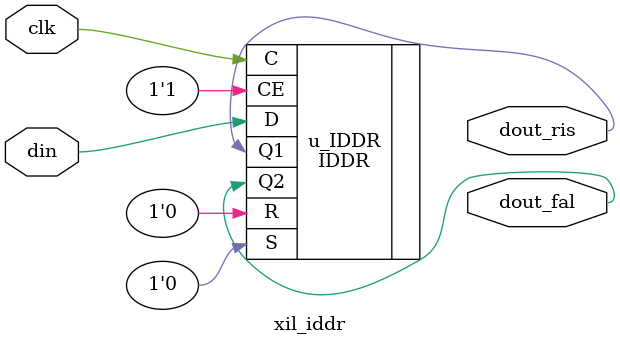
<source format=v>
/* ****************************************************************************
-- (C) Copyright 2018 Kevin M. Hubbard - All rights reserved.
-- Source file: xil_iddr.v 
-- Date:        May 2018 
-- Author:      khubbard
-- Language:    Verilog-2001
-- Simulation:  Mentor-Modelsim
-- Synthesis:   Xilinx-Vivado
-- License:     This project is licensed with the CERN Open Hardware Licence
--              v1.2.  You may redistribute and modify this project under the
--              terms of the CERN OHL v.1.2. (http://ohwr.org/cernohl).
--              This project is distributed WITHOUT ANY EXPRESS OR IMPLIED
--              WARRANTY, INCLUDING OF MERCHANTABILITY, SATISFACTORY QUALITY
--              AND FITNESS FOR A PARTICULAR PURPOSE. Please see the CERN OHL
--              v.1.2 for applicable Conditions.
-- Description: Xilinx 7-Series IDDR DDR input flop
-- Note: 100ns Power On Reset requirement until functional
-- Timing Diagram for SAME_EDGE_PIPELINED
--     |100ns|
-- clk ______/    \____/    \____/    \____/    \
-- din ---------< 0 >< 1 >< 2 >< 3 >----------
-- dout_ris ---------------------< 1      >< 3     >
-- dout_fal -----------< 0      >< 2      >----
-- ************************************************************************* */
`timescale 1 ns/ 100 ps
module xil_iddr
(
  input  wire  clk,
  input  wire  din,
  output wire  dout_ris,
  output wire  dout_fal
);// 



`ifdef LINT
    assign dout_ris = din;
    assign dout_fal = din;

`else
    `ifdef ULTRASCALE
        IDDRE1 #(
           // "OPPOSITE_EDGE","SAME_EDGE","SAME_EDGE_PIPELINED"
          .DDR_CLK_EDGE ("SAME_EDGE_PIPELINED") 
        ) u_IDDR
        (
          .Q1 ( dout_ris ), // 1-bit output for positive edge of clock
          .Q2 ( dout_fal ), // 1-bit output for negative edge of clock
          .C  ( clk      ), // 1-bit clock input
          .CB (~clk      ), // TODO?!?
          .D  ( din      ), // 1-bit DDR data input
          .R  ( 1'b0     )  // 1-bit reset
        );
    `else
        // IDDR: Input Double Data Rate Input Register with Set, Reset
        // and Clock Enable.
        // 7 Series Xilinx HDL Libraries Guide, version 2016.2
        IDDR #(
           // "OPPOSITE_EDGE","SAME_EDGE","SAME_EDGE_PIPELINED"
          .DDR_CLK_EDGE ("SAME_EDGE_PIPELINED"),
          .INIT_Q1      (1'b0), // Initial value of Q1: 1’b0 or 1’b1
          .INIT_Q2      (1'b0), // Initial value of Q2: 1’b0 or 1’b1
          .SRTYPE       ("SYNC") // Set/Reset type: "SYNC" or "ASYNC"
        ) u_IDDR
        (
          .Q1 ( dout_ris ), // 1-bit output for positive edge of clock
          .Q2 ( dout_fal ), // 1-bit output for negative edge of clock
          .C  ( clk      ), // 1-bit clock input
          .CE ( 1'b1     ), // 1-bit clock enable input
          .D  ( din      ), // 1-bit DDR data input
          .R  ( 1'b0     ), // 1-bit reset
          .S  ( 1'b0     )  // 1-bit set
        );
        // End of IDDR_inst instantiation
    `endif
`endif


endmodule

</source>
